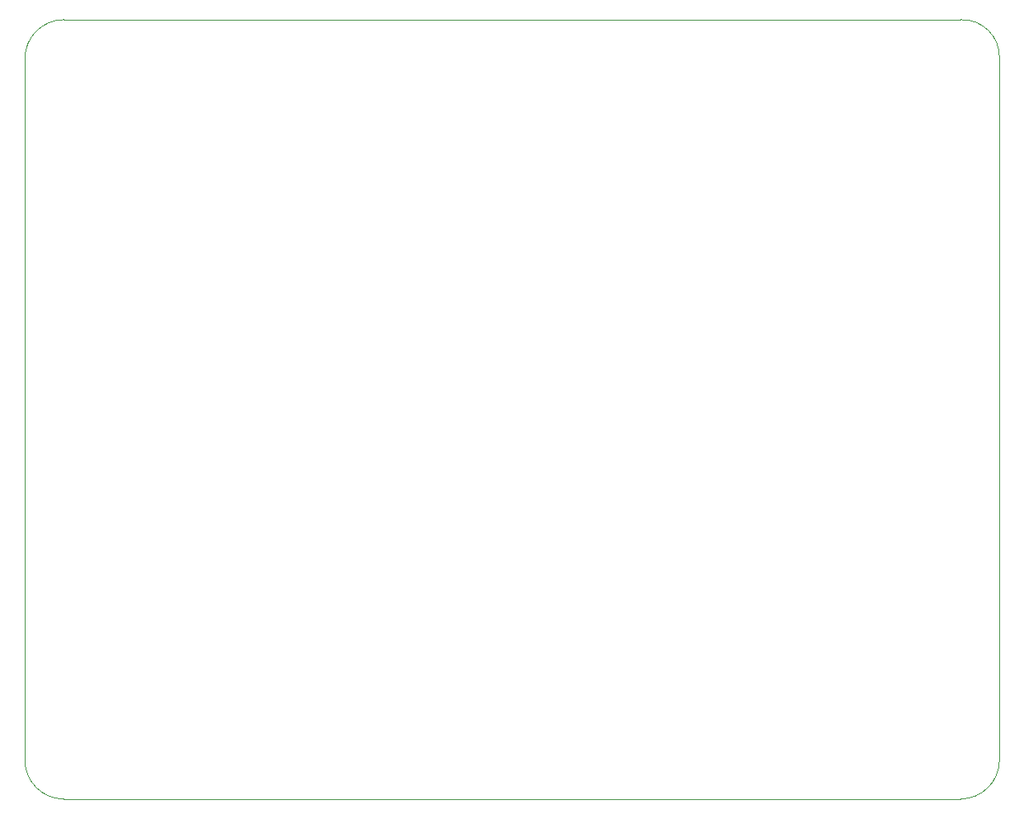
<source format=gbr>
%TF.GenerationSoftware,KiCad,Pcbnew,8.0.0*%
%TF.CreationDate,Date%
%TF.ProjectId,Open Beam Interface,4f70656e-2042-4656-916d-20496e746572,rev?*%
%TF.SameCoordinates,Original*%
%TF.FileFunction,Profile,NP*%
%FSLAX46Y46*%
G04 Gerber Fmt 4.6, Leading zero omitted, Abs format (unit mm)*
G04 Created by KiCad*
%MOMM*%
%LPD*%
G01*
G04 APERTURE LIST*
%TA.AperFunction,Profile*%
%ADD10C,0.100000*%
%TD*%
G04 APERTURE END LIST*
D10*
X113200000Y-129000000D02*
X113200000Y-57000000D01*
X117200000Y-53000000D02*
X209200000Y-53000000D01*
X213200000Y-57000000D02*
X213200000Y-129000000D01*
X209200000Y-53000001D02*
G75*
G02*
X213199999Y-57000000I168000J-3831999D01*
G01*
X117200000Y-133000000D02*
G75*
G02*
X113200000Y-129000000I0J4000000D01*
G01*
X213200000Y-129000000D02*
G75*
G02*
X209200000Y-133000000I-4000000J0D01*
G01*
X209200000Y-133000000D02*
X117200000Y-133000000D01*
X113200000Y-57000000D02*
G75*
G02*
X117200000Y-53000000I4000000J0D01*
G01*
M02*

</source>
